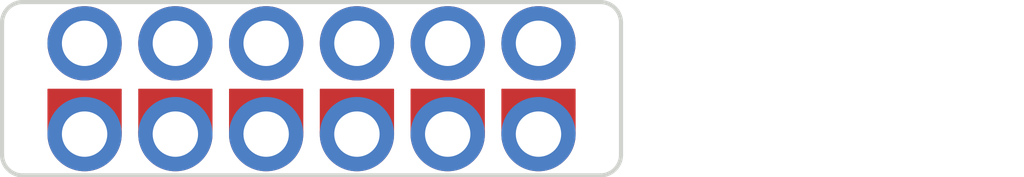
<source format=kicad_pcb>
(kicad_pcb (version 20240225) (generator "pcbnew") (generator_version "8.99")
  (layers (0 "F.Cu" signal) (31 "B.Cu" signal) (34 "B.Paste" user) (35 "F.Paste" user) (36 "B.SilkS" user "B.Silkscreen") (37 "F.SilkS" user "F.Silkscreen") (38 "B.Mask" user) (39 "F.Mask" user) (44 "Edge.Cuts" user))
  (net 0 "")
  (net 1 "GND")
  (footprint "SamacSys_Parts:pogo" (layer "F.Cu") (at 124.05 96.8)
    (property "Reference" "J2" (hide yes))
    (property "Value" "12-pin pogo" (hide yes))
    (pad "1" thru_hole circle (at 0 0) (size 1.8 1.8) (drill 1.1) (layers "*.Cu" "*.Mask"))
    (pad "2" thru_hole circle (at 2.2 0) (size 1.8 1.8) (drill 1.1) (layers "*.Cu" "*.Mask"))
    (pad "3" thru_hole circle (at 4.4 0) (size 1.8 1.8) (drill 1.1) (layers "*.Cu" "*.Mask"))
    (pad "4" thru_hole circle (at 6.6 0) (size 1.8 1.8) (drill 1.1) (layers "*.Cu" "*.Mask"))
    (pad "5" thru_hole circle (at 8.8 0) (size 1.8 1.8) (drill 1.1) (layers "*.Cu" "*.Mask"))
    (pad "6" thru_hole circle (at 11 0) (size 1.8 1.8) (drill 1.1) (layers "*.Cu" "*.Mask"))
    (pad "7" thru_hole circle (at 11 2.2) (size 1.8 1.8) (drill 1.1) (layers "*.Cu" "*.Mask") (net 1 "GND"))
    (pad "8" thru_hole circle (at 8.8 2.2) (size 1.8 1.8) (drill 1.1) (layers "*.Cu" "*.Mask") (net 1 "GND"))
    (pad "9" thru_hole circle (at 6.6 2.2) (size 1.8 1.8) (drill 1.1) (layers "*.Cu" "*.Mask") (net 1 "GND"))
    (pad "10" thru_hole circle (at 4.4 2.2) (size 1.8 1.8) (drill 1.1) (layers "*.Cu" "*.Mask") (net 1 "GND"))
    (pad "11" thru_hole circle (at 2.2 2.2) (size 1.8 1.8) (drill 1.1) (layers "*.Cu" "*.Mask") (net 1 "GND"))
    (pad "12" thru_hole circle (at 0 2.2) (size 1.8 1.8) (drill 1.1) (layers "*.Cu" "*.Mask") (net 1 "GND"))
  )
  (gr_arc (start 136.55 95.8) (mid 136.903553 95.946447) (end 137.05 96.3) (stroke (width 0.1)) (layer "Edge.Cuts"))
  (gr_line (start 122.55 100) (end 136.55 100) (stroke (width 0.1)) (layer "Edge.Cuts"))
  (gr_arc (start 122.05 96.3) (mid 122.196447 95.946447) (end 122.55 95.8) (stroke (width 0.1)) (layer "Edge.Cuts"))
  (gr_line (start 122.05 96.3) (end 122.05 99.5) (stroke (width 0.1)) (layer "Edge.Cuts"))
  (gr_line (start 136.55 95.8) (end 122.55 95.8) (stroke (width 0.1)) (layer "Edge.Cuts"))
  (gr_line (start 137.05 99.5) (end 137.05 96.3) (stroke (width 0.1)) (layer "Edge.Cuts"))
  (gr_arc (start 122.55 100) (mid 122.196447 99.853553) (end 122.05 99.5) (stroke (width 0.1)) (layer "Edge.Cuts"))
  (gr_arc (start 137.05 99.5) (mid 136.903536 99.853536) (end 136.55 100) (stroke (width 0.1)) (layer "Edge.Cuts"))
  (zone (net 1) (net_name "GND") (layer "F.Cu") (connect_pads yes (clearance 0.127)) (min_thickness 0.025) (fill yes (thermal_gap 0.5) (thermal_bridge_width 0.5) (island_removal_mode 1) (island_area_min 10))
    (polygon (pts (xy 134.15 99) (xy 134.15 97.9) (xy 135.95 97.9) (xy 135.95 99) (xy 135.35 98.3) (xy 134.65 98.3)))
  )
  (zone (net 1) (net_name "GND") (layer "F.Cu") (connect_pads yes (clearance 0.127)) (min_thickness 0.025) (fill yes (thermal_gap 0.5) (thermal_bridge_width 0.5) (island_removal_mode 1) (island_area_min 10))
    (polygon (pts (xy 131.95 99) (xy 131.95 97.9) (xy 133.75 97.9) (xy 133.75 99) (xy 133.15 98.3) (xy 132.45 98.3)))
  )
  (zone (net 1) (net_name "GND") (layer "F.Cu") (connect_pads yes (clearance 0.127)) (min_thickness 0.025) (fill yes (thermal_gap 0.5) (thermal_bridge_width 0.5) (island_removal_mode 1) (island_area_min 10))
    (polygon (pts (xy 125.35 99) (xy 125.35 97.9) (xy 127.15 97.9) (xy 127.15 99) (xy 126.55 98.3) (xy 125.85 98.3)))
  )
  (zone (net 1) (net_name "GND") (layer "F.Cu") (connect_pads yes (clearance 0.127)) (min_thickness 0.025) (fill yes (thermal_gap 0.5) (thermal_bridge_width 0.5) (island_removal_mode 1) (island_area_min 10))
    (polygon (pts (xy 129.75 99) (xy 129.75 97.9) (xy 131.55 97.9) (xy 131.55 99) (xy 130.95 98.3) (xy 130.25 98.3)))
  )
  (zone (net 1) (net_name "GND") (layer "F.Cu") (connect_pads yes (clearance 0.127)) (min_thickness 0.025) (fill yes (thermal_gap 0.5) (thermal_bridge_width 0.5) (island_removal_mode 1) (island_area_min 10))
    (polygon (pts (xy 123.15 99) (xy 123.15 97.9) (xy 124.95 97.9) (xy 124.95 99) (xy 124.35 98.3) (xy 123.65 98.3)))
  )
  (zone (net 1) (net_name "GND") (layer "F.Cu") (connect_pads yes (clearance 0.127)) (min_thickness 0.025) (fill yes (thermal_gap 0.5) (thermal_bridge_width 0.5) (island_removal_mode 1) (island_area_min 10))
    (polygon (pts (xy 127.55 99) (xy 127.55 97.9) (xy 129.35 97.9) (xy 129.35 99) (xy 128.75 98.3) (xy 128.05 98.3)))
  )
)
</source>
